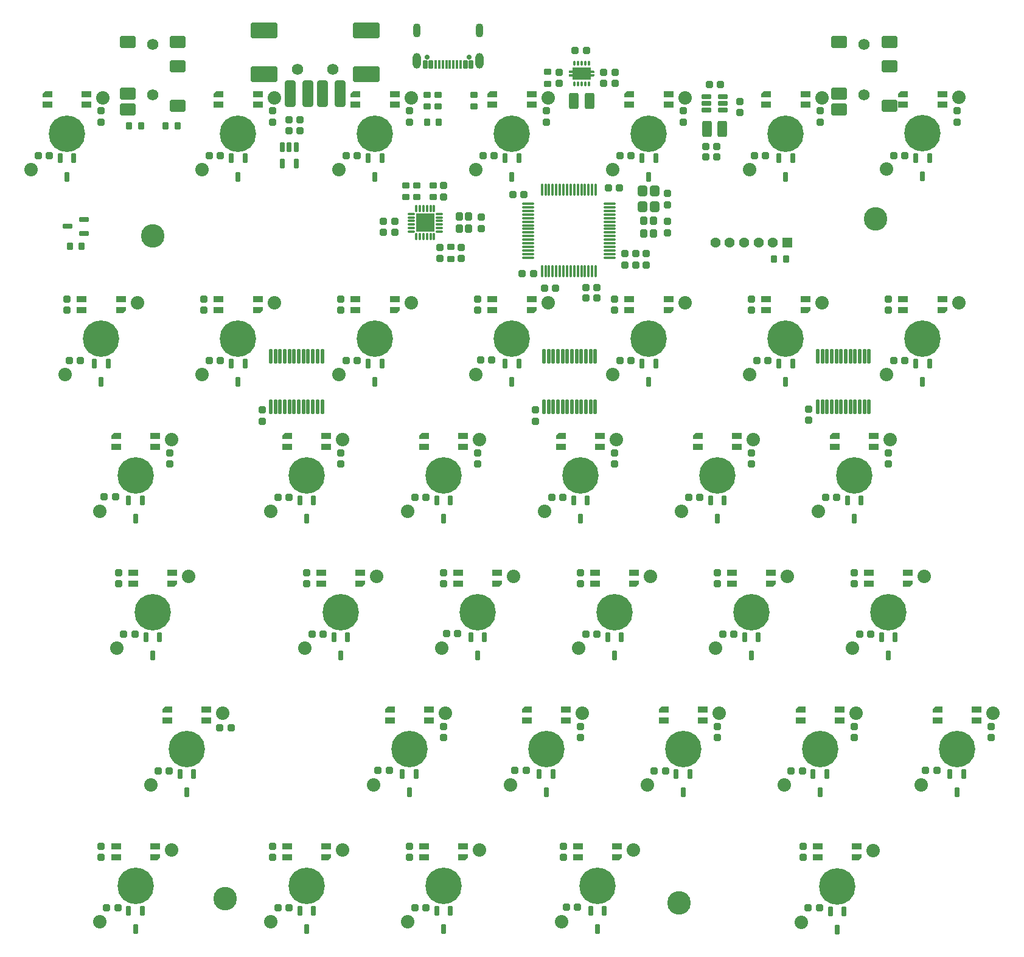
<source format=gbr>
%TF.GenerationSoftware,KiCad,Pcbnew,9.0.4*%
%TF.CreationDate,2025-09-14T10:53:09-05:00*%
%TF.ProjectId,shek-rounded,7368656b-2d72-46f7-956e-6465642e6b69,rev?*%
%TF.SameCoordinates,Original*%
%TF.FileFunction,Soldermask,Bot*%
%TF.FilePolarity,Negative*%
%FSLAX46Y46*%
G04 Gerber Fmt 4.6, Leading zero omitted, Abs format (unit mm)*
G04 Created by KiCad (PCBNEW 9.0.4) date 2025-09-14 10:53:09*
%MOMM*%
%LPD*%
G01*
G04 APERTURE LIST*
G04 Aperture macros list*
%AMRoundRect*
0 Rectangle with rounded corners*
0 $1 Rounding radius*
0 $2 $3 $4 $5 $6 $7 $8 $9 X,Y pos of 4 corners*
0 Add a 4 corners polygon primitive as box body*
4,1,4,$2,$3,$4,$5,$6,$7,$8,$9,$2,$3,0*
0 Add four circle primitives for the rounded corners*
1,1,$1+$1,$2,$3*
1,1,$1+$1,$4,$5*
1,1,$1+$1,$6,$7*
1,1,$1+$1,$8,$9*
0 Add four rect primitives between the rounded corners*
20,1,$1+$1,$2,$3,$4,$5,0*
20,1,$1+$1,$4,$5,$6,$7,0*
20,1,$1+$1,$6,$7,$8,$9,0*
20,1,$1+$1,$8,$9,$2,$3,0*%
%AMFreePoly0*
4,1,35,0.335414,0.712270,0.366794,0.706028,0.380491,0.700354,0.407094,0.682579,0.417579,0.672094,0.435354,0.645491,0.441028,0.631794,0.447270,0.600414,0.448000,0.593000,0.448000,-0.593000,0.447270,-0.600414,0.441028,-0.631794,0.435354,-0.645491,0.417579,-0.672094,0.407094,-0.682579,0.380491,-0.700354,0.366794,-0.706028,0.335414,-0.712270,0.328000,-0.713000,0.000000,-0.713000,
-0.026870,-0.701870,-0.436870,-0.291870,-0.448000,-0.265000,-0.448000,0.593000,-0.447270,0.600414,-0.441028,0.631794,-0.435354,0.645491,-0.417579,0.672094,-0.407094,0.682579,-0.380491,0.700354,-0.366794,0.706028,-0.335414,0.712270,-0.328000,0.713000,0.328000,0.713000,0.335414,0.712270,0.335414,0.712270,$1*%
%AMFreePoly1*
4,1,45,-0.098130,1.726870,-0.087000,1.700000,-0.087000,1.238000,0.087000,1.238000,0.087000,1.700000,0.098130,1.726870,0.125000,1.738000,0.375000,1.738000,0.401870,1.726870,0.413000,1.700000,0.413000,1.238000,0.825000,1.238000,0.851870,1.226870,0.863000,1.200000,0.863000,-1.200000,0.851870,-1.226870,0.825000,-1.238000,0.413000,-1.238000,0.413000,-1.700000,0.401870,-1.726870,
0.375000,-1.738000,0.125000,-1.738000,0.098130,-1.726870,0.087000,-1.700000,0.087000,-1.238000,-0.087000,-1.238000,-0.087000,-1.700000,-0.098130,-1.726870,-0.125000,-1.738000,-0.375000,-1.738000,-0.401870,-1.726870,-0.413000,-1.700000,-0.413000,-1.238000,-0.825000,-1.238000,-0.851870,-1.226870,-0.863000,-1.200000,-0.863000,1.200000,-0.851870,1.226870,-0.825000,1.238000,-0.413000,1.238000,
-0.413000,1.700000,-0.401870,1.726870,-0.375000,1.738000,-0.125000,1.738000,-0.098130,1.726870,-0.098130,1.726870,$1*%
G04 Aperture macros list end*
%ADD10C,1.576000*%
%ADD11RoundRect,0.290800X-0.436200X-1.561200X0.436200X-1.561200X0.436200X1.561200X-0.436200X1.561200X0*%
%ADD12RoundRect,0.275500X-1.576500X-0.826500X1.576500X-0.826500X1.576500X0.826500X-1.576500X0.826500X0*%
%ADD13RoundRect,0.284000X-0.818000X-0.568000X0.818000X-0.568000X0.818000X0.568000X-0.818000X0.568000X0*%
%ADD14C,0.726000*%
%ADD15RoundRect,0.169000X-0.169000X-0.439000X0.169000X-0.439000X0.169000X0.439000X-0.169000X0.439000X0*%
%ADD16RoundRect,0.094000X-0.094000X-0.514000X0.094000X-0.514000X0.094000X0.514000X-0.094000X0.514000X0*%
%ADD17O,1.126000X2.176000*%
%ADD18O,1.076000X1.976000*%
%ADD19RoundRect,0.181500X0.181500X-0.466500X0.181500X0.466500X-0.181500X0.466500X-0.181500X-0.466500X0*%
%ADD20C,1.876000*%
%ADD21C,5.076000*%
%ADD22C,3.276000*%
%ADD23RoundRect,0.169000X-0.531500X-0.169000X0.531500X-0.169000X0.531500X0.169000X-0.531500X0.169000X0*%
%ADD24RoundRect,0.219000X0.294000X-0.219000X0.294000X0.219000X-0.294000X0.219000X-0.294000X-0.219000X0*%
%ADD25FreePoly0,90.000000*%
%ADD26RoundRect,0.089600X0.623400X-0.358400X0.623400X0.358400X-0.623400X0.358400X-0.623400X-0.358400X0*%
%ADD27FreePoly0,270.000000*%
%ADD28RoundRect,0.089600X-0.623400X0.358400X-0.623400X-0.358400X0.623400X-0.358400X0.623400X0.358400X0*%
%ADD29RoundRect,0.244000X0.269000X-0.244000X0.269000X0.244000X-0.269000X0.244000X-0.269000X-0.244000X0*%
%ADD30RoundRect,0.244000X0.244000X0.269000X-0.244000X0.269000X-0.244000X-0.269000X0.244000X-0.269000X0*%
%ADD31RoundRect,0.244000X-0.244000X-0.269000X0.244000X-0.269000X0.244000X0.269000X-0.244000X0.269000X0*%
%ADD32FreePoly1,90.000000*%
%ADD33RoundRect,0.079000X0.079000X-0.259000X0.079000X0.259000X-0.079000X0.259000X-0.079000X-0.259000X0*%
%ADD34RoundRect,0.244000X-0.269000X0.244000X-0.269000X-0.244000X0.269000X-0.244000X0.269000X0.244000X0*%
%ADD35RoundRect,0.219000X-0.294000X0.219000X-0.294000X-0.219000X0.294000X-0.219000X0.294000X0.219000X0*%
%ADD36RoundRect,0.038000X1.250000X-1.250000X1.250000X1.250000X-1.250000X1.250000X-1.250000X-1.250000X0*%
%ADD37RoundRect,0.081500X0.394000X-0.081500X0.394000X0.081500X-0.394000X0.081500X-0.394000X-0.081500X0*%
%ADD38RoundRect,0.081500X0.081500X-0.394000X0.081500X0.394000X-0.081500X0.394000X-0.081500X-0.394000X0*%
%ADD39RoundRect,0.265833X-0.372167X0.472167X-0.372167X-0.472167X0.372167X-0.472167X0.372167X0.472167X0*%
%ADD40RoundRect,0.219000X-0.219000X-0.294000X0.219000X-0.294000X0.219000X0.294000X-0.219000X0.294000X0*%
%ADD41RoundRect,0.169000X0.531500X0.169000X-0.531500X0.169000X-0.531500X-0.169000X0.531500X-0.169000X0*%
%ADD42RoundRect,0.244000X-0.244000X0.344000X-0.244000X-0.344000X0.244000X-0.344000X0.244000X0.344000X0*%
%ADD43RoundRect,0.265200X0.397800X0.872800X-0.397800X0.872800X-0.397800X-0.872800X0.397800X-0.872800X0*%
%ADD44RoundRect,0.237750X-0.275250X0.237750X-0.275250X-0.237750X0.275250X-0.237750X0.275250X0.237750X0*%
%ADD45RoundRect,0.169000X-0.169000X0.531500X-0.169000X-0.531500X0.169000X-0.531500X0.169000X0.531500X0*%
%ADD46RoundRect,0.119000X-0.119000X0.869000X-0.119000X-0.869000X0.119000X-0.869000X0.119000X0.869000X0*%
%ADD47RoundRect,0.094000X0.094000X0.719000X-0.094000X0.719000X-0.094000X-0.719000X0.094000X-0.719000X0*%
%ADD48RoundRect,0.094000X0.719000X0.094000X-0.719000X0.094000X-0.719000X-0.094000X0.719000X-0.094000X0*%
%ADD49RoundRect,0.219000X0.219000X0.294000X-0.219000X0.294000X-0.219000X-0.294000X0.219000X-0.294000X0*%
%ADD50C,1.426000*%
%ADD51RoundRect,0.038000X0.675000X-0.675000X0.675000X0.675000X-0.675000X0.675000X-0.675000X-0.675000X0*%
G04 APERTURE END LIST*
D10*
%TO.C,J2*%
X327350000Y-57700000D03*
X332250000Y-57700000D03*
D11*
X326300000Y-61080000D03*
X328800000Y-61080000D03*
X330800000Y-61080000D03*
X333300000Y-61080000D03*
D12*
X322675000Y-58400000D03*
X336925000Y-58400000D03*
X322675000Y-52300000D03*
X336925000Y-52300000D03*
%TD*%
D10*
%TO.C,J5*%
X406200000Y-61300000D03*
X406200000Y-54300000D03*
D13*
X409700000Y-53900000D03*
X402700000Y-53900000D03*
X409700000Y-57300000D03*
X402700000Y-61100000D03*
X402700000Y-63300000D03*
X409700000Y-62800000D03*
%TD*%
D10*
%TO.C,J3*%
X307200000Y-61300000D03*
X307200000Y-54300000D03*
D13*
X310700000Y-53900000D03*
X303700000Y-53900000D03*
X310700000Y-57300000D03*
X303700000Y-61100000D03*
X303700000Y-63300000D03*
X310700000Y-62800000D03*
%TD*%
D14*
%TO.C,J1*%
X345410000Y-56020000D03*
X351190000Y-56020000D03*
D15*
X345100000Y-57090000D03*
X345900000Y-57090000D03*
D16*
X347050000Y-57090000D03*
X348050000Y-57090000D03*
X348550000Y-57090000D03*
X349550000Y-57090000D03*
D15*
X351500000Y-57090000D03*
X350700000Y-57090000D03*
D16*
X350050000Y-57090000D03*
X349050000Y-57090000D03*
X347550000Y-57090000D03*
X346550000Y-57090000D03*
D17*
X343980000Y-56520000D03*
X352620000Y-56520000D03*
D18*
X343980000Y-52340000D03*
X352620000Y-52340000D03*
%TD*%
D19*
%TO.C,U10*%
X376237500Y-72685000D03*
X377187500Y-70125000D03*
X375287500Y-70125000D03*
D20*
X381237500Y-61675000D03*
D21*
X376237500Y-66675000D03*
D20*
X371237500Y-71675000D03*
%TD*%
D19*
%TO.C,U7*%
X319087500Y-72685000D03*
X320037500Y-70125000D03*
X318137500Y-70125000D03*
D20*
X324087500Y-61675000D03*
D21*
X319087500Y-66675000D03*
D20*
X314087500Y-71675000D03*
%TD*%
D19*
%TO.C,U32*%
X311943750Y-158410000D03*
X312893750Y-155850000D03*
X310993750Y-155850000D03*
D20*
X316943750Y-147400000D03*
D21*
X311943750Y-152400000D03*
D20*
X306943750Y-157400000D03*
%TD*%
D19*
%TO.C,U8*%
X338137500Y-72685000D03*
X339087500Y-70125000D03*
X337187500Y-70125000D03*
D20*
X343137500Y-61675000D03*
D21*
X338137500Y-66675000D03*
D20*
X333137500Y-71675000D03*
%TD*%
D19*
%TO.C,U28*%
X352425000Y-139360000D03*
X353375000Y-136800000D03*
X351475000Y-136800000D03*
D20*
X357425000Y-128350000D03*
D21*
X352425000Y-133350000D03*
D20*
X347425000Y-138350000D03*
%TD*%
D19*
%TO.C,U41*%
X369093750Y-177460000D03*
X370043750Y-174950000D03*
X368143750Y-174950000D03*
D20*
X374093750Y-166450000D03*
D21*
X369093750Y-171450000D03*
D20*
X364093750Y-176450000D03*
%TD*%
D19*
%TO.C,U34*%
X361950000Y-158410000D03*
X362900000Y-155850000D03*
X361000000Y-155850000D03*
D20*
X366950000Y-147400000D03*
D21*
X361950000Y-152400000D03*
D20*
X356950000Y-157400000D03*
%TD*%
D19*
%TO.C,U22*%
X347662500Y-120310000D03*
X348612500Y-117750000D03*
X346712500Y-117750000D03*
D20*
X352662500Y-109300000D03*
D21*
X347662500Y-114300000D03*
D20*
X342662500Y-119300000D03*
%TD*%
D19*
%TO.C,U37*%
X419100000Y-158410000D03*
X420050000Y-155850000D03*
X418150000Y-155850000D03*
D20*
X424100000Y-147400000D03*
D21*
X419100000Y-152400000D03*
D20*
X414100000Y-157400000D03*
%TD*%
D22*
%TO.C,H2*%
X317301829Y-173236083D03*
%TD*%
%TO.C,H4*%
X407789405Y-78581316D03*
%TD*%
D19*
%TO.C,U30*%
X390525000Y-139360000D03*
X391475000Y-136800000D03*
X389575000Y-136800000D03*
D20*
X395525000Y-128350000D03*
D21*
X390525000Y-133350000D03*
D20*
X385525000Y-138350000D03*
%TD*%
D19*
%TO.C,U18*%
X395287500Y-101260000D03*
X396237500Y-98700000D03*
X394337500Y-98700000D03*
D20*
X400287500Y-90250000D03*
D21*
X395287500Y-95250000D03*
D20*
X390287500Y-100250000D03*
%TD*%
D19*
%TO.C,U35*%
X381000000Y-158410000D03*
X381950000Y-155850000D03*
X380050000Y-155850000D03*
D20*
X386000000Y-147400000D03*
D21*
X381000000Y-152400000D03*
D20*
X376000000Y-157400000D03*
%TD*%
D19*
%TO.C,U9*%
X357187500Y-72685000D03*
X358137500Y-70125000D03*
X356237500Y-70125000D03*
D20*
X362187500Y-61675000D03*
D21*
X357187500Y-66675000D03*
D20*
X352187500Y-71675000D03*
%TD*%
D19*
%TO.C,U38*%
X304800000Y-177460000D03*
X305750000Y-174900000D03*
X303850000Y-174900000D03*
D20*
X309800000Y-166450000D03*
D21*
X304800000Y-171450000D03*
D20*
X299800000Y-176450000D03*
%TD*%
D19*
%TO.C,U12*%
X414337500Y-72622500D03*
X415287500Y-70062500D03*
X413387500Y-70062500D03*
D20*
X419337500Y-61612500D03*
D21*
X414337500Y-66612500D03*
D20*
X409337500Y-71612500D03*
%TD*%
D19*
%TO.C,U6*%
X295275000Y-72685000D03*
X296225000Y-70125000D03*
X294325000Y-70125000D03*
D20*
X300275000Y-61675000D03*
D21*
X295275000Y-66675000D03*
D20*
X290275000Y-71675000D03*
%TD*%
D19*
%TO.C,U40*%
X347662500Y-177460000D03*
X348612500Y-174900000D03*
X346712500Y-174900000D03*
D20*
X352662500Y-166450000D03*
D21*
X347662500Y-171450000D03*
D20*
X342662500Y-176450000D03*
%TD*%
D19*
%TO.C,U29*%
X371475000Y-139360000D03*
X372425000Y-136800000D03*
X370525000Y-136800000D03*
D20*
X376475000Y-128350000D03*
D21*
X371475000Y-133350000D03*
D20*
X366475000Y-138350000D03*
%TD*%
D22*
%TO.C,H3*%
X380405007Y-173831396D03*
%TD*%
D19*
%TO.C,U11*%
X395287500Y-72685000D03*
X396237500Y-70125000D03*
X394337500Y-70125000D03*
D20*
X400287500Y-61675000D03*
D21*
X395287500Y-66675000D03*
D20*
X390287500Y-71675000D03*
%TD*%
D22*
%TO.C,H1*%
X307181508Y-80962568D03*
%TD*%
D19*
%TO.C,U19*%
X414337500Y-101260000D03*
X415287500Y-98700000D03*
X413387500Y-98700000D03*
D20*
X419337500Y-90250000D03*
D21*
X414337500Y-95250000D03*
D20*
X409337500Y-100250000D03*
%TD*%
D19*
%TO.C,U31*%
X409575000Y-139360000D03*
X410525000Y-136800000D03*
X408625000Y-136800000D03*
D20*
X414575000Y-128350000D03*
D21*
X409575000Y-133350000D03*
D20*
X404575000Y-138350000D03*
%TD*%
D19*
%TO.C,U20*%
X304800000Y-120310000D03*
X305750000Y-117750000D03*
X303850000Y-117750000D03*
D20*
X309800000Y-109300000D03*
D21*
X304800000Y-114300000D03*
D20*
X299800000Y-119300000D03*
%TD*%
D19*
%TO.C,U39*%
X328612500Y-177460000D03*
X329562500Y-174900000D03*
X327662500Y-174900000D03*
D20*
X333612500Y-166450000D03*
D21*
X328612500Y-171450000D03*
D20*
X323612500Y-176450000D03*
%TD*%
D19*
%TO.C,U33*%
X342900000Y-158410000D03*
X343850000Y-155850000D03*
X341950000Y-155850000D03*
D20*
X347900000Y-147400000D03*
D21*
X342900000Y-152400000D03*
D20*
X337900000Y-157400000D03*
%TD*%
D19*
%TO.C,U21*%
X328612500Y-120310000D03*
X329562500Y-117750000D03*
X327662500Y-117750000D03*
D20*
X333612500Y-109300000D03*
D21*
X328612500Y-114300000D03*
D20*
X323612500Y-119300000D03*
%TD*%
D19*
%TO.C,U13*%
X300037500Y-101260000D03*
X300987500Y-98700000D03*
X299087500Y-98700000D03*
D20*
X305037500Y-90250000D03*
D21*
X300037500Y-95250000D03*
D20*
X295037500Y-100250000D03*
%TD*%
D19*
%TO.C,U23*%
X366712500Y-120310000D03*
X367662500Y-117750000D03*
X365762500Y-117750000D03*
D20*
X371712500Y-109300000D03*
D21*
X366712500Y-114300000D03*
D20*
X361712500Y-119300000D03*
%TD*%
D19*
%TO.C,U17*%
X376237500Y-101260000D03*
X377187500Y-98700000D03*
X375287500Y-98700000D03*
D20*
X381237500Y-90250000D03*
D21*
X376237500Y-95250000D03*
D20*
X371237500Y-100250000D03*
%TD*%
D19*
%TO.C,U36*%
X400050000Y-158410000D03*
X401000000Y-155850000D03*
X399100000Y-155850000D03*
D20*
X405050000Y-147400000D03*
D21*
X400050000Y-152400000D03*
D20*
X395050000Y-157400000D03*
%TD*%
D19*
%TO.C,U14*%
X319087500Y-101260000D03*
X320037500Y-98700000D03*
X318137500Y-98700000D03*
D20*
X324087500Y-90250000D03*
D21*
X319087500Y-95250000D03*
D20*
X314087500Y-100250000D03*
%TD*%
D19*
%TO.C,U15*%
X338137500Y-101260000D03*
X339087500Y-98700000D03*
X337187500Y-98700000D03*
D20*
X343137500Y-90250000D03*
D21*
X338137500Y-95250000D03*
D20*
X333137500Y-100250000D03*
%TD*%
D19*
%TO.C,U16*%
X357187500Y-101260000D03*
X358137500Y-98700000D03*
X356237500Y-98700000D03*
D20*
X362187500Y-90250000D03*
D21*
X357187500Y-95250000D03*
D20*
X352187500Y-100250000D03*
%TD*%
D19*
%TO.C,U42*%
X402431250Y-177522500D03*
X403381250Y-174962500D03*
X401481250Y-174962500D03*
D20*
X407431250Y-166512500D03*
D21*
X402431250Y-171512500D03*
D20*
X397431250Y-176512500D03*
%TD*%
D19*
%TO.C,U25*%
X404812500Y-120310000D03*
X405762500Y-117750000D03*
X403862500Y-117750000D03*
D20*
X409812500Y-109300000D03*
D21*
X404812500Y-114300000D03*
D20*
X399812500Y-119300000D03*
%TD*%
D19*
%TO.C,U27*%
X333375000Y-139360000D03*
X334325000Y-136800000D03*
X332425000Y-136800000D03*
D20*
X338375000Y-128350000D03*
D21*
X333375000Y-133350000D03*
D20*
X328375000Y-138350000D03*
%TD*%
D19*
%TO.C,U24*%
X385762500Y-120310000D03*
X386712500Y-117750000D03*
X384812500Y-117750000D03*
D20*
X390762500Y-109300000D03*
D21*
X385762500Y-114300000D03*
D20*
X380762500Y-119300000D03*
%TD*%
D19*
%TO.C,U26*%
X307181250Y-139360000D03*
X308131250Y-136800000D03*
X306231250Y-136800000D03*
D20*
X312181250Y-128350000D03*
D21*
X307181250Y-133350000D03*
D20*
X302181250Y-138350000D03*
%TD*%
D23*
%TO.C,U4*%
X386557500Y-63440000D03*
X386557500Y-62490000D03*
X386557500Y-61540000D03*
X384282500Y-61540000D03*
X384282500Y-62490000D03*
X384282500Y-63440000D03*
%TD*%
D24*
%TO.C,R8*%
X342400000Y-73875000D03*
X342400000Y-75525000D03*
%TD*%
D25*
%TO.C,LED20*%
X412300000Y-129337500D03*
D26*
X412300000Y-127837500D03*
X406850000Y-129337500D03*
X406850000Y-127837500D03*
%TD*%
D27*
%TO.C,LED4*%
X335412500Y-61162500D03*
D28*
X335412500Y-62662500D03*
X340862500Y-61162500D03*
X340862500Y-62662500D03*
%TD*%
D27*
%TO.C,LED17*%
X344937500Y-108787500D03*
D28*
X344937500Y-110287500D03*
X350387500Y-108787500D03*
X350387500Y-110287500D03*
%TD*%
D29*
%TO.C,C72*%
X366712808Y-127812608D03*
X366712808Y-129362608D03*
%TD*%
%TO.C,C11*%
X369953362Y-58124116D03*
X369953362Y-59674116D03*
%TD*%
D30*
%TO.C,C100*%
X398418750Y-174500000D03*
X399968750Y-174500000D03*
%TD*%
D29*
%TO.C,C30*%
X361950000Y-63518750D03*
X361950000Y-65068750D03*
%TD*%
D25*
%TO.C,LED36*%
X307525000Y-167437500D03*
D26*
X307525000Y-165937500D03*
X302075000Y-167437500D03*
X302075000Y-165937500D03*
%TD*%
D29*
%TO.C,C59*%
X390525000Y-111143750D03*
X390525000Y-112693750D03*
%TD*%
D31*
%TO.C,C21*%
X369000000Y-89600000D03*
X367450000Y-89600000D03*
%TD*%
D25*
%TO.C,LED35*%
X331337500Y-167437500D03*
D26*
X331337500Y-165937500D03*
X325887500Y-167437500D03*
X325887500Y-165937500D03*
%TD*%
D32*
%TO.C,U3*%
X366900000Y-58325000D03*
D33*
X367900000Y-56925000D03*
X367400000Y-56925000D03*
X366900000Y-56925000D03*
X366400000Y-56925000D03*
X365900000Y-56925000D03*
X365900000Y-59725000D03*
X366400000Y-59725000D03*
X366900000Y-59725000D03*
X367400000Y-59725000D03*
X367900000Y-59725000D03*
%TD*%
D30*
%TO.C,C93*%
X307931250Y-155450000D03*
X309481250Y-155450000D03*
%TD*%
D29*
%TO.C,C47*%
X295275000Y-89712500D03*
X295275000Y-91262500D03*
%TD*%
%TO.C,C45*%
X333375000Y-89712500D03*
X333375000Y-91262500D03*
%TD*%
%TO.C,C1*%
X352900000Y-78325000D03*
X352900000Y-79875000D03*
%TD*%
D30*
%TO.C,C49*%
X410325000Y-98300000D03*
X411875000Y-98300000D03*
%TD*%
%TO.C,C90*%
X338553410Y-155376693D03*
X340103410Y-155376693D03*
%TD*%
D34*
%TO.C,C56*%
X360437496Y-106737504D03*
X360437496Y-105187504D03*
%TD*%
D30*
%TO.C,C92*%
X376987500Y-155450000D03*
X378537500Y-155450000D03*
%TD*%
D25*
%TO.C,LED22*%
X374200000Y-129337500D03*
D26*
X374200000Y-127837500D03*
X368750000Y-129337500D03*
X368750000Y-127837500D03*
%TD*%
D29*
%TO.C,C95*%
X364331250Y-165912500D03*
X364331250Y-167462500D03*
%TD*%
%TO.C,C43*%
X371475000Y-89712500D03*
X371475000Y-91262500D03*
%TD*%
D25*
%TO.C,LED9*%
X378962500Y-91237500D03*
D26*
X378962500Y-89737500D03*
X373512500Y-91237500D03*
X373512500Y-89737500D03*
%TD*%
D30*
%TO.C,C65*%
X400800000Y-117350000D03*
X402350000Y-117350000D03*
%TD*%
D25*
%TO.C,LED10*%
X359912500Y-91237500D03*
D26*
X359912500Y-89737500D03*
X354462500Y-91237500D03*
X354462500Y-89737500D03*
%TD*%
D34*
%TO.C,C55*%
X398500000Y-106575000D03*
X398500000Y-105025000D03*
%TD*%
D30*
%TO.C,C77*%
X405562500Y-136400000D03*
X407112500Y-136400000D03*
%TD*%
D25*
%TO.C,LED23*%
X355150000Y-129337500D03*
D26*
X355150000Y-127837500D03*
X349700000Y-129337500D03*
X349700000Y-127837500D03*
%TD*%
D30*
%TO.C,C88*%
X414753442Y-155376693D03*
X416303442Y-155376693D03*
%TD*%
D27*
%TO.C,LED16*%
X363987500Y-108787500D03*
D28*
X363987500Y-110287500D03*
X369437500Y-108787500D03*
X369437500Y-110287500D03*
%TD*%
D30*
%TO.C,C38*%
X334125000Y-69725000D03*
X335675000Y-69725000D03*
%TD*%
D35*
%TO.C,R9*%
X362153362Y-59724116D03*
X362153362Y-58074116D03*
%TD*%
D29*
%TO.C,C27*%
X419100000Y-63518750D03*
X419100000Y-65068750D03*
%TD*%
%TO.C,C86*%
X366712808Y-149243876D03*
X366712808Y-150793876D03*
%TD*%
D30*
%TO.C,C34*%
X410325000Y-69725000D03*
X411875000Y-69725000D03*
%TD*%
D34*
%TO.C,C22*%
X372900000Y-84975000D03*
X372900000Y-83425000D03*
%TD*%
D27*
%TO.C,LED31*%
X309218750Y-146887500D03*
D28*
X309218750Y-148387500D03*
X314668750Y-146887500D03*
X314668750Y-148387500D03*
%TD*%
D30*
%TO.C,C91*%
X396037500Y-155450000D03*
X397587500Y-155450000D03*
%TD*%
D29*
%TO.C,C9*%
X363753362Y-58124116D03*
X363753362Y-59674116D03*
%TD*%
D31*
%TO.C,C15*%
X385715000Y-68460000D03*
X384165000Y-68460000D03*
%TD*%
D29*
%TO.C,C26*%
X378800000Y-75025000D03*
X378800000Y-76575000D03*
%TD*%
D27*
%TO.C,LED5*%
X316362500Y-61162500D03*
D28*
X316362500Y-62662500D03*
X321812500Y-61162500D03*
X321812500Y-62662500D03*
%TD*%
D35*
%TO.C,R6*%
X346200000Y-75525000D03*
X346200000Y-73875000D03*
%TD*%
D29*
%TO.C,C58*%
X409575000Y-111143750D03*
X409575000Y-112693750D03*
%TD*%
%TO.C,C31*%
X342900000Y-63518750D03*
X342900000Y-65068750D03*
%TD*%
D30*
%TO.C,C101*%
X343650000Y-174500000D03*
X345200000Y-174500000D03*
%TD*%
D36*
%TO.C,U1*%
X345100000Y-79100000D03*
D37*
X347037500Y-80350000D03*
X347037500Y-79850000D03*
X347037500Y-79350000D03*
X347037500Y-78850000D03*
X347037500Y-78350000D03*
X347037500Y-77850000D03*
D38*
X346350000Y-77162500D03*
X345850000Y-77162500D03*
X345350000Y-77162500D03*
X344850000Y-77162500D03*
X344350000Y-77162500D03*
X343850000Y-77162500D03*
D37*
X343162500Y-77850000D03*
X343162500Y-78350000D03*
X343162500Y-78850000D03*
X343162500Y-79350000D03*
X343162500Y-79850000D03*
X343162500Y-80350000D03*
D38*
X343850000Y-81037500D03*
X344350000Y-81037500D03*
X344850000Y-81037500D03*
X345350000Y-81037500D03*
X345850000Y-81037500D03*
X346350000Y-81037500D03*
%TD*%
D30*
%TO.C,C81*%
X303168750Y-136400000D03*
X304718750Y-136400000D03*
%TD*%
D29*
%TO.C,C32*%
X323850000Y-63518750D03*
X323850000Y-65068750D03*
%TD*%
D30*
%TO.C,C54*%
X295562500Y-98300000D03*
X297112500Y-98300000D03*
%TD*%
D29*
%TO.C,C96*%
X342900288Y-165912640D03*
X342900288Y-167462640D03*
%TD*%
D35*
%TO.C,R1*%
X345400000Y-62925000D03*
X345400000Y-61275000D03*
%TD*%
D27*
%TO.C,LED1*%
X392562500Y-61162500D03*
D28*
X392562500Y-62662500D03*
X398012500Y-61162500D03*
X398012500Y-62662500D03*
%TD*%
D30*
%TO.C,C67*%
X362700000Y-117350000D03*
X364250000Y-117350000D03*
%TD*%
D25*
%TO.C,LED13*%
X302762500Y-91237500D03*
D26*
X302762500Y-89737500D03*
X297312500Y-91237500D03*
X297312500Y-89737500D03*
%TD*%
D27*
%TO.C,LED27*%
X397325000Y-146887500D03*
D28*
X397325000Y-148387500D03*
X402775000Y-146887500D03*
X402775000Y-148387500D03*
%TD*%
D39*
%TO.C,Y3*%
X375350000Y-74700000D03*
X375350000Y-76900000D03*
X377050000Y-76900000D03*
X377050000Y-74700000D03*
%TD*%
D30*
%TO.C,C89*%
X357603426Y-155376693D03*
X359153426Y-155376693D03*
%TD*%
D40*
%TO.C,R10*%
X395310000Y-84120000D03*
X393660000Y-84120000D03*
%TD*%
D29*
%TO.C,C10*%
X371553362Y-58124116D03*
X371553362Y-59674116D03*
%TD*%
D41*
%TO.C,Q1*%
X295362500Y-79600000D03*
X297637500Y-80550000D03*
X297637500Y-78650000D03*
%TD*%
D29*
%TO.C,C28*%
X400050000Y-63518750D03*
X400050000Y-65068750D03*
%TD*%
D42*
%TO.C,Y2*%
X375550000Y-78850000D03*
X375550000Y-80550000D03*
X376850000Y-80550000D03*
X376850000Y-78850000D03*
%TD*%
D43*
%TO.C,L1*%
X365825000Y-62100000D03*
X367975000Y-62100000D03*
%TD*%
D29*
%TO.C,C74*%
X328612776Y-127812608D03*
X328612776Y-129362608D03*
%TD*%
D35*
%TO.C,R5*%
X348650000Y-84135000D03*
X348650000Y-82485000D03*
%TD*%
D25*
%TO.C,LED7*%
X417062500Y-91237500D03*
D26*
X417062500Y-89737500D03*
X411612500Y-91237500D03*
X411612500Y-89737500D03*
%TD*%
D30*
%TO.C,C68*%
X343650000Y-117350000D03*
X345200000Y-117350000D03*
%TD*%
D25*
%TO.C,LED25*%
X309906250Y-129337500D03*
D26*
X309906250Y-127837500D03*
X304456250Y-129337500D03*
X304456250Y-127837500D03*
%TD*%
D25*
%TO.C,LED34*%
X350387500Y-167437500D03*
D26*
X350387500Y-165937500D03*
X344937500Y-167437500D03*
X344937500Y-165937500D03*
%TD*%
D25*
%TO.C,LED11*%
X340862500Y-91237500D03*
D26*
X340862500Y-89737500D03*
X335412500Y-91237500D03*
X335412500Y-89737500D03*
%TD*%
D35*
%TO.C,R4*%
X351900000Y-62925000D03*
X351900000Y-61275000D03*
%TD*%
D40*
%TO.C,R12*%
X305550000Y-65600000D03*
X303900000Y-65600000D03*
%TD*%
D30*
%TO.C,C102*%
X324600000Y-174500000D03*
X326150000Y-174500000D03*
%TD*%
D27*
%TO.C,LED29*%
X359225000Y-146887500D03*
D28*
X359225000Y-148387500D03*
X364675000Y-146887500D03*
X364675000Y-148387500D03*
%TD*%
D27*
%TO.C,LED15*%
X383037500Y-108787500D03*
D28*
X383037500Y-110287500D03*
X388487500Y-108787500D03*
X388487500Y-110287500D03*
%TD*%
D25*
%TO.C,LED33*%
X371818750Y-167437500D03*
D26*
X371818750Y-165937500D03*
X366368750Y-167437500D03*
X366368750Y-165937500D03*
%TD*%
D30*
%TO.C,C5*%
X339325000Y-80400000D03*
X340875000Y-80400000D03*
%TD*%
%TO.C,C64*%
X300453374Y-117276661D03*
X302003374Y-117276661D03*
%TD*%
D27*
%TO.C,LED2*%
X373512500Y-61162500D03*
D28*
X373512500Y-62662500D03*
X378962500Y-61162500D03*
X378962500Y-62662500D03*
%TD*%
D42*
%TO.C,Y1*%
X349850000Y-78200000D03*
X349850000Y-79900000D03*
X351150000Y-79900000D03*
X351150000Y-78200000D03*
%TD*%
D30*
%TO.C,C76*%
X348078418Y-136326677D03*
X349628418Y-136326677D03*
%TD*%
%TO.C,C51*%
X372225000Y-98290000D03*
X373775000Y-98290000D03*
%TD*%
D34*
%TO.C,C3*%
X350150000Y-84085000D03*
X350150000Y-82535000D03*
%TD*%
D31*
%TO.C,C16*%
X386195000Y-59890000D03*
X384645000Y-59890000D03*
%TD*%
D25*
%TO.C,LED8*%
X398012500Y-91237500D03*
D26*
X398012500Y-89737500D03*
X392562500Y-91237500D03*
X392562500Y-89737500D03*
%TD*%
D44*
%TO.C,FB1*%
X375899999Y-84987500D03*
X375899999Y-83412500D03*
%TD*%
D45*
%TO.C,U2*%
X325250000Y-70837500D03*
X327150000Y-70837500D03*
X327150000Y-68562500D03*
X326200000Y-68562500D03*
X325250000Y-68562500D03*
%TD*%
D46*
%TO.C,U44*%
X361625000Y-104700000D03*
X362275000Y-104700000D03*
X362925000Y-104700000D03*
X363575000Y-104700000D03*
X364225000Y-104700000D03*
X364875000Y-104700000D03*
X365525000Y-104700000D03*
X366175000Y-104700000D03*
X366825000Y-104700000D03*
X367475000Y-104700000D03*
X368125000Y-104700000D03*
X368775000Y-104700000D03*
X368775000Y-97700000D03*
X368125000Y-97700000D03*
X367475000Y-97700000D03*
X366825000Y-97700000D03*
X366175000Y-97700000D03*
X365525000Y-97700000D03*
X364875000Y-97700000D03*
X364225000Y-97700000D03*
X363575000Y-97700000D03*
X362925000Y-97700000D03*
X362275000Y-97700000D03*
X361625000Y-97700000D03*
%TD*%
D24*
%TO.C,R7*%
X343900000Y-73875000D03*
X343900000Y-75525000D03*
%TD*%
D29*
%TO.C,C4*%
X347700000Y-73925000D03*
X347700000Y-75475000D03*
%TD*%
%TO.C,C75*%
X302419004Y-127812608D03*
X302419004Y-129362608D03*
%TD*%
D25*
%TO.C,LED21*%
X393250000Y-129337500D03*
D26*
X393250000Y-127837500D03*
X387800000Y-129337500D03*
X387800000Y-127837500D03*
%TD*%
D29*
%TO.C,C42*%
X390525328Y-89712576D03*
X390525328Y-91262576D03*
%TD*%
D30*
%TO.C,C17*%
X358625000Y-86200000D03*
X360175000Y-86200000D03*
%TD*%
D34*
%TO.C,C2*%
X347150000Y-84085000D03*
X347150000Y-82535000D03*
%TD*%
%TO.C,C13*%
X388920000Y-63765000D03*
X388920000Y-62215000D03*
%TD*%
D47*
%TO.C,U5*%
X368850000Y-74525000D03*
X368350000Y-74525000D03*
X367850000Y-74525000D03*
X367350000Y-74525000D03*
X366850000Y-74525000D03*
X366350000Y-74525000D03*
X365850000Y-74525000D03*
X365350000Y-74525000D03*
X364850000Y-74525000D03*
X364350000Y-74525000D03*
X363850000Y-74525000D03*
X363350000Y-74525000D03*
X362850000Y-74525000D03*
X362350000Y-74525000D03*
X361850000Y-74525000D03*
X361350000Y-74525000D03*
D48*
X359425000Y-76450000D03*
X359425000Y-76950000D03*
X359425000Y-77450000D03*
X359425000Y-77950000D03*
X359425000Y-78450000D03*
X359425000Y-78950000D03*
X359425000Y-79450000D03*
X359425000Y-79950000D03*
X359425000Y-80450000D03*
X359425000Y-80950000D03*
X359425000Y-81450000D03*
X359425000Y-81950000D03*
X359425000Y-82450000D03*
X359425000Y-82950000D03*
X359425000Y-83450000D03*
X359425000Y-83950000D03*
D47*
X361350000Y-85875000D03*
X361850000Y-85875000D03*
X362350000Y-85875000D03*
X362850000Y-85875000D03*
X363350000Y-85875000D03*
X363850000Y-85875000D03*
X364350000Y-85875000D03*
X364850000Y-85875000D03*
X365350000Y-85875000D03*
X365850000Y-85875000D03*
X366350000Y-85875000D03*
X366850000Y-85875000D03*
X367350000Y-85875000D03*
X367850000Y-85875000D03*
X368350000Y-85875000D03*
X368850000Y-85875000D03*
D48*
X370775000Y-83950000D03*
X370775000Y-83450000D03*
X370775000Y-82950000D03*
X370775000Y-82450000D03*
X370775000Y-81950000D03*
X370775000Y-81450000D03*
X370775000Y-80950000D03*
X370775000Y-80450000D03*
X370775000Y-79950000D03*
X370775000Y-79450000D03*
X370775000Y-78950000D03*
X370775000Y-78450000D03*
X370775000Y-77950000D03*
X370775000Y-77450000D03*
X370775000Y-76950000D03*
X370775000Y-76450000D03*
%TD*%
D30*
%TO.C,C99*%
X364747206Y-174426709D03*
X366297206Y-174426709D03*
%TD*%
%TO.C,C36*%
X372225000Y-69725000D03*
X373775000Y-69725000D03*
%TD*%
D29*
%TO.C,C63*%
X309562760Y-111143844D03*
X309562760Y-112693844D03*
%TD*%
D30*
%TO.C,C103*%
X300787500Y-174500000D03*
X302337500Y-174500000D03*
%TD*%
D46*
%TO.C,U43*%
X399725000Y-104700000D03*
X400375000Y-104700000D03*
X401025000Y-104700000D03*
X401675000Y-104700000D03*
X402325000Y-104700000D03*
X402975000Y-104700000D03*
X403625000Y-104700000D03*
X404275000Y-104700000D03*
X404925000Y-104700000D03*
X405575000Y-104700000D03*
X406225000Y-104700000D03*
X406875000Y-104700000D03*
X406875000Y-97700000D03*
X406225000Y-97700000D03*
X405575000Y-97700000D03*
X404925000Y-97700000D03*
X404275000Y-97700000D03*
X403625000Y-97700000D03*
X402975000Y-97700000D03*
X402325000Y-97700000D03*
X401675000Y-97700000D03*
X401025000Y-97700000D03*
X400375000Y-97700000D03*
X399725000Y-97700000D03*
%TD*%
D31*
%TO.C,C19*%
X372150000Y-74200000D03*
X370600000Y-74200000D03*
%TD*%
D30*
%TO.C,C52*%
X334125000Y-98300000D03*
X335675000Y-98300000D03*
%TD*%
D27*
%TO.C,LED26*%
X416375000Y-146887500D03*
D28*
X416375000Y-148387500D03*
X421825000Y-146887500D03*
X421825000Y-148387500D03*
%TD*%
D30*
%TO.C,C78*%
X386512500Y-136400000D03*
X388062500Y-136400000D03*
%TD*%
D27*
%TO.C,LED19*%
X302075000Y-108787500D03*
D28*
X302075000Y-110287500D03*
X307525000Y-108787500D03*
X307525000Y-110287500D03*
%TD*%
D29*
%TO.C,C46*%
X314325000Y-89712500D03*
X314325000Y-91262500D03*
%TD*%
D30*
%TO.C,C6*%
X339325000Y-78900000D03*
X340875000Y-78900000D03*
%TD*%
%TO.C,C20*%
X357325000Y-75199999D03*
X358875000Y-75199999D03*
%TD*%
D25*
%TO.C,LED24*%
X336100000Y-129337500D03*
D26*
X336100000Y-127837500D03*
X330650000Y-129337500D03*
X330650000Y-127837500D03*
%TD*%
D30*
%TO.C,C37*%
X353175000Y-69725000D03*
X354725000Y-69725000D03*
%TD*%
%TO.C,C69*%
X324600000Y-117350000D03*
X326150000Y-117350000D03*
%TD*%
%TO.C,C80*%
X329362500Y-136400000D03*
X330912500Y-136400000D03*
%TD*%
D31*
%TO.C,C14*%
X385715000Y-69960000D03*
X384165000Y-69960000D03*
%TD*%
D29*
%TO.C,C97*%
X323850272Y-165912640D03*
X323850272Y-167462640D03*
%TD*%
D31*
%TO.C,C7*%
X327675000Y-66300000D03*
X326125000Y-66300000D03*
%TD*%
D30*
%TO.C,C79*%
X367462500Y-136400000D03*
X369012500Y-136400000D03*
%TD*%
%TO.C,C39*%
X315075000Y-69725000D03*
X316625000Y-69725000D03*
%TD*%
%TO.C,C35*%
X390940625Y-69725000D03*
X392490625Y-69725000D03*
%TD*%
%TO.C,C53*%
X315075000Y-98300000D03*
X316625000Y-98300000D03*
%TD*%
%TO.C,C40*%
X291262500Y-69725000D03*
X292812500Y-69725000D03*
%TD*%
D27*
%TO.C,LED6*%
X292550000Y-61162500D03*
D28*
X292550000Y-62662500D03*
X298000000Y-61162500D03*
X298000000Y-62662500D03*
%TD*%
D27*
%TO.C,LED14*%
X402087500Y-108787500D03*
D28*
X402087500Y-110287500D03*
X407537500Y-108787500D03*
X407537500Y-110287500D03*
%TD*%
D29*
%TO.C,C29*%
X381000000Y-63518750D03*
X381000000Y-65068750D03*
%TD*%
D31*
%TO.C,C12*%
X367528362Y-55099116D03*
X365978362Y-55099116D03*
%TD*%
D29*
%TO.C,C33*%
X300037500Y-63518750D03*
X300037500Y-65068750D03*
%TD*%
%TO.C,C41*%
X409575344Y-89712576D03*
X409575344Y-91262576D03*
%TD*%
D34*
%TO.C,C23*%
X374399999Y-84975000D03*
X374399999Y-83425000D03*
%TD*%
D29*
%TO.C,C44*%
X352425000Y-89712500D03*
X352425000Y-91262500D03*
%TD*%
D49*
%TO.C,R2*%
X345375000Y-65100000D03*
X347025000Y-65100000D03*
%TD*%
D29*
%TO.C,C60*%
X371475000Y-111143750D03*
X371475000Y-112693750D03*
%TD*%
%TO.C,C98*%
X300037752Y-165912640D03*
X300037752Y-167462640D03*
%TD*%
%TO.C,C87*%
X347662792Y-149243876D03*
X347662792Y-150793876D03*
%TD*%
D30*
%TO.C,C48*%
X352840922Y-98226645D03*
X354390922Y-98226645D03*
%TD*%
D35*
%TO.C,R3*%
X346900000Y-62925000D03*
X346900000Y-61275000D03*
%TD*%
D29*
%TO.C,C94*%
X397668750Y-165912500D03*
X397668750Y-167462500D03*
%TD*%
D31*
%TO.C,C18*%
X369000000Y-88100000D03*
X367450000Y-88100000D03*
%TD*%
D27*
%TO.C,LED3*%
X354462500Y-61162500D03*
D28*
X354462500Y-62662500D03*
X359912500Y-61162500D03*
X359912500Y-62662500D03*
%TD*%
D27*
%TO.C,LED30*%
X340175000Y-146887500D03*
D28*
X340175000Y-148387500D03*
X345625000Y-146887500D03*
X345625000Y-148387500D03*
%TD*%
D29*
%TO.C,C73*%
X347662792Y-127812608D03*
X347662792Y-129362608D03*
%TD*%
%TO.C,C71*%
X385762824Y-127812608D03*
X385762824Y-129362608D03*
%TD*%
D43*
%TO.C,L2*%
X384325000Y-66000000D03*
X386475000Y-66000000D03*
%TD*%
D29*
%TO.C,C84*%
X404812840Y-149243876D03*
X404812840Y-150793876D03*
%TD*%
D27*
%TO.C,LED18*%
X325887500Y-108787500D03*
D28*
X325887500Y-110287500D03*
X331337500Y-108787500D03*
X331337500Y-110287500D03*
%TD*%
D25*
%TO.C,LED12*%
X321812500Y-91237500D03*
D26*
X321812500Y-89737500D03*
X316362500Y-91237500D03*
X316362500Y-89737500D03*
%TD*%
D40*
%TO.C,R13*%
X297325000Y-82400000D03*
X295675000Y-82400000D03*
%TD*%
D30*
%TO.C,C82*%
X316526829Y-149423563D03*
X318076829Y-149423563D03*
%TD*%
D29*
%TO.C,C62*%
X333375280Y-111143844D03*
X333375280Y-112693844D03*
%TD*%
D49*
%TO.C,R11*%
X309000000Y-65600000D03*
X310650000Y-65600000D03*
%TD*%
D29*
%TO.C,C83*%
X423862856Y-149243876D03*
X423862856Y-150793876D03*
%TD*%
D46*
%TO.C,U45*%
X323625000Y-104700000D03*
X324275000Y-104700000D03*
X324925000Y-104700000D03*
X325575000Y-104700000D03*
X326225000Y-104700000D03*
X326875000Y-104700000D03*
X327525000Y-104700000D03*
X328175000Y-104700000D03*
X328825000Y-104700000D03*
X329475000Y-104700000D03*
X330125000Y-104700000D03*
X330775000Y-104700000D03*
X330775000Y-97700000D03*
X330125000Y-97700000D03*
X329475000Y-97700000D03*
X328825000Y-97700000D03*
X328175000Y-97700000D03*
X327525000Y-97700000D03*
X326875000Y-97700000D03*
X326225000Y-97700000D03*
X325575000Y-97700000D03*
X324925000Y-97700000D03*
X324275000Y-97700000D03*
X323625000Y-97700000D03*
%TD*%
D27*
%TO.C,LED0*%
X411612500Y-61162500D03*
D28*
X411612500Y-62662500D03*
X417062500Y-61162500D03*
X417062500Y-62662500D03*
%TD*%
D30*
%TO.C,C25*%
X361725000Y-88200000D03*
X363275000Y-88200000D03*
%TD*%
D27*
%TO.C,LED28*%
X378275000Y-146887500D03*
D28*
X378275000Y-148387500D03*
X383725000Y-146887500D03*
X383725000Y-148387500D03*
%TD*%
D29*
%TO.C,C85*%
X385762824Y-149243876D03*
X385762824Y-150793876D03*
%TD*%
D30*
%TO.C,C50*%
X391275000Y-98300000D03*
X392825000Y-98300000D03*
%TD*%
D50*
%TO.C,J4*%
X385485000Y-81820000D03*
X387485000Y-81820000D03*
X389485000Y-81820000D03*
X391485000Y-81820000D03*
X393485000Y-81820000D03*
D51*
X395485000Y-81820000D03*
%TD*%
D29*
%TO.C,C61*%
X352425296Y-111143844D03*
X352425296Y-112693844D03*
%TD*%
D30*
%TO.C,C66*%
X381750000Y-117350000D03*
X383300000Y-117350000D03*
%TD*%
D25*
%TO.C,LED32*%
X405156250Y-167437500D03*
D26*
X405156250Y-165937500D03*
X399706250Y-167437500D03*
X399706250Y-165937500D03*
%TD*%
D31*
%TO.C,C8*%
X327675000Y-64800000D03*
X326125000Y-64800000D03*
%TD*%
D29*
%TO.C,C24*%
X378800000Y-78925000D03*
X378800000Y-80475000D03*
%TD*%
%TO.C,C70*%
X404812840Y-127812608D03*
X404812840Y-129362608D03*
%TD*%
D34*
%TO.C,C57*%
X322437496Y-106737504D03*
X322437496Y-105187504D03*
%TD*%
M02*

</source>
